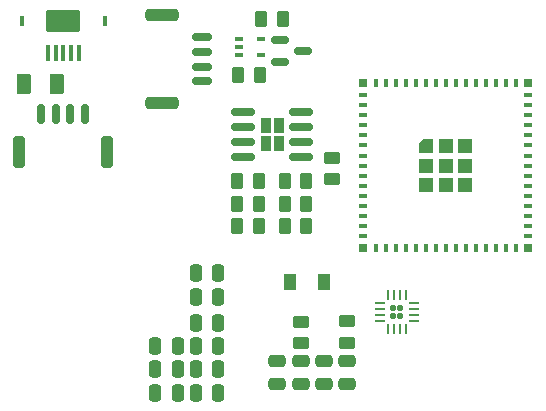
<source format=gbr>
%TF.GenerationSoftware,KiCad,Pcbnew,9.0.0*%
%TF.CreationDate,2025-05-13T09:42:49-05:00*%
%TF.ProjectId,Refraction Cell Circuit,52656672-6163-4746-996f-6e2043656c6c,rev?*%
%TF.SameCoordinates,Original*%
%TF.FileFunction,Paste,Top*%
%TF.FilePolarity,Positive*%
%FSLAX46Y46*%
G04 Gerber Fmt 4.6, Leading zero omitted, Abs format (unit mm)*
G04 Created by KiCad (PCBNEW 9.0.0) date 2025-05-13 09:42:49*
%MOMM*%
%LPD*%
G01*
G04 APERTURE LIST*
G04 Aperture macros list*
%AMRoundRect*
0 Rectangle with rounded corners*
0 $1 Rounding radius*
0 $2 $3 $4 $5 $6 $7 $8 $9 X,Y pos of 4 corners*
0 Add a 4 corners polygon primitive as box body*
4,1,4,$2,$3,$4,$5,$6,$7,$8,$9,$2,$3,0*
0 Add four circle primitives for the rounded corners*
1,1,$1+$1,$2,$3*
1,1,$1+$1,$4,$5*
1,1,$1+$1,$6,$7*
1,1,$1+$1,$8,$9*
0 Add four rect primitives between the rounded corners*
20,1,$1+$1,$2,$3,$4,$5,0*
20,1,$1+$1,$4,$5,$6,$7,0*
20,1,$1+$1,$6,$7,$8,$9,0*
20,1,$1+$1,$8,$9,$2,$3,0*%
%AMOutline5P*
0 Free polygon, 5 corners , with rotation*
0 The origin of the aperture is its center*
0 number of corners: always 5*
0 $1 to $10 corner X, Y*
0 $11 Rotation angle, in degrees counterclockwise*
0 create outline with 5 corners*
4,1,5,$1,$2,$3,$4,$5,$6,$7,$8,$9,$10,$1,$2,$11*%
%AMOutline6P*
0 Free polygon, 6 corners , with rotation*
0 The origin of the aperture is its center*
0 number of corners: always 6*
0 $1 to $12 corner X, Y*
0 $13 Rotation angle, in degrees counterclockwise*
0 create outline with 6 corners*
4,1,6,$1,$2,$3,$4,$5,$6,$7,$8,$9,$10,$11,$12,$1,$2,$13*%
%AMOutline7P*
0 Free polygon, 7 corners , with rotation*
0 The origin of the aperture is its center*
0 number of corners: always 7*
0 $1 to $14 corner X, Y*
0 $15 Rotation angle, in degrees counterclockwise*
0 create outline with 7 corners*
4,1,7,$1,$2,$3,$4,$5,$6,$7,$8,$9,$10,$11,$12,$13,$14,$1,$2,$15*%
%AMOutline8P*
0 Free polygon, 8 corners , with rotation*
0 The origin of the aperture is its center*
0 number of corners: always 8*
0 $1 to $16 corner X, Y*
0 $17 Rotation angle, in degrees counterclockwise*
0 create outline with 8 corners*
4,1,8,$1,$2,$3,$4,$5,$6,$7,$8,$9,$10,$11,$12,$13,$14,$15,$16,$1,$2,$17*%
G04 Aperture macros list end*
%ADD10C,0.010000*%
%ADD11RoundRect,0.250000X0.250000X0.475000X-0.250000X0.475000X-0.250000X-0.475000X0.250000X-0.475000X0*%
%ADD12RoundRect,0.250000X0.262500X0.450000X-0.262500X0.450000X-0.262500X-0.450000X0.262500X-0.450000X0*%
%ADD13R,0.300000X0.850000*%
%ADD14RoundRect,0.100000X0.100000X0.575000X-0.100000X0.575000X-0.100000X-0.575000X0.100000X-0.575000X0*%
%ADD15RoundRect,0.250000X1.200000X0.700000X-1.200000X0.700000X-1.200000X-0.700000X1.200000X-0.700000X0*%
%ADD16RoundRect,0.250000X-0.475000X0.250000X-0.475000X-0.250000X0.475000X-0.250000X0.475000X0.250000X0*%
%ADD17RoundRect,0.250000X-0.450000X0.262500X-0.450000X-0.262500X0.450000X-0.262500X0.450000X0.262500X0*%
%ADD18RoundRect,0.178200X-0.846800X-0.151800X0.846800X-0.151800X0.846800X0.151800X-0.846800X0.151800X0*%
%ADD19RoundRect,0.250000X-0.250000X-0.475000X0.250000X-0.475000X0.250000X0.475000X-0.250000X0.475000X0*%
%ADD20RoundRect,0.125000X-0.125000X-0.125000X0.125000X-0.125000X0.125000X0.125000X-0.125000X0.125000X0*%
%ADD21RoundRect,0.062500X-0.350000X-0.062500X0.350000X-0.062500X0.350000X0.062500X-0.350000X0.062500X0*%
%ADD22RoundRect,0.062500X-0.062500X-0.350000X0.062500X-0.350000X0.062500X0.350000X-0.062500X0.350000X0*%
%ADD23RoundRect,0.250000X-0.375000X-0.625000X0.375000X-0.625000X0.375000X0.625000X-0.375000X0.625000X0*%
%ADD24RoundRect,0.100000X-0.225000X-0.100000X0.225000X-0.100000X0.225000X0.100000X-0.225000X0.100000X0*%
%ADD25RoundRect,0.250000X-0.262500X-0.450000X0.262500X-0.450000X0.262500X0.450000X-0.262500X0.450000X0*%
%ADD26R,0.800000X0.400000*%
%ADD27R,0.400000X0.800000*%
%ADD28Outline5P,-0.600000X0.204000X-0.204000X0.600000X0.600000X0.600000X0.600000X-0.600000X-0.600000X-0.600000X0.000000*%
%ADD29R,1.200000X1.200000*%
%ADD30R,0.800000X0.800000*%
%ADD31RoundRect,0.250000X0.450000X-0.262500X0.450000X0.262500X-0.450000X0.262500X-0.450000X-0.262500X0*%
%ADD32RoundRect,0.150000X0.700000X-0.150000X0.700000X0.150000X-0.700000X0.150000X-0.700000X-0.150000X0*%
%ADD33RoundRect,0.250000X1.150000X-0.250000X1.150000X0.250000X-1.150000X0.250000X-1.150000X-0.250000X0*%
%ADD34R,1.000000X1.400000*%
%ADD35RoundRect,0.150000X-0.150000X-0.700000X0.150000X-0.700000X0.150000X0.700000X-0.150000X0.700000X0*%
%ADD36RoundRect,0.250000X-0.250000X-1.100000X0.250000X-1.100000X0.250000X1.100000X-0.250000X1.100000X0*%
%ADD37RoundRect,0.150000X-0.587500X-0.150000X0.587500X-0.150000X0.587500X0.150000X-0.587500X0.150000X0*%
G04 APERTURE END LIST*
D10*
%TO.C,U3*%
X146832500Y-95910000D02*
X146032500Y-95910000D01*
X146032500Y-94670000D01*
X146832500Y-94670000D01*
X146832500Y-95910000D01*
G36*
X146832500Y-95910000D02*
G01*
X146032500Y-95910000D01*
X146032500Y-94670000D01*
X146832500Y-94670000D01*
X146832500Y-95910000D01*
G37*
X146832500Y-97420000D02*
X146032500Y-97420000D01*
X146032500Y-96180000D01*
X146832500Y-96180000D01*
X146832500Y-97420000D01*
G36*
X146832500Y-97420000D02*
G01*
X146032500Y-97420000D01*
X146032500Y-96180000D01*
X146832500Y-96180000D01*
X146832500Y-97420000D01*
G37*
X147902500Y-95910000D02*
X147102500Y-95910000D01*
X147102500Y-94670000D01*
X147902500Y-94670000D01*
X147902500Y-95910000D01*
G36*
X147902500Y-95910000D02*
G01*
X147102500Y-95910000D01*
X147102500Y-94670000D01*
X147902500Y-94670000D01*
X147902500Y-95910000D01*
G37*
X147902500Y-97420000D02*
X147102500Y-97420000D01*
X147102500Y-96180000D01*
X147902500Y-96180000D01*
X147902500Y-97420000D01*
G36*
X147902500Y-97420000D02*
G01*
X147102500Y-97420000D01*
X147102500Y-96180000D01*
X147902500Y-96180000D01*
X147902500Y-97420000D01*
G37*
%TD*%
D11*
%TO.C,C2*%
X142410000Y-109810000D03*
X140510000Y-109810000D03*
%TD*%
D12*
%TO.C,R12*%
X149872500Y-100040000D03*
X148047500Y-100040000D03*
%TD*%
D13*
%TO.C,REF\u002A\u002A*%
X132803750Y-86510000D03*
X125803750Y-86510000D03*
D14*
X128003750Y-89185000D03*
X128653750Y-89185000D03*
X129303750Y-89185000D03*
X129953750Y-89185000D03*
D15*
X129303750Y-86510000D03*
D14*
X130603750Y-89185000D03*
%TD*%
D16*
%TO.C,C12*%
X151360000Y-115285000D03*
X151360000Y-117185000D03*
%TD*%
D11*
%TO.C,C6*%
X142410000Y-113985000D03*
X140510000Y-113985000D03*
%TD*%
%TO.C,C1*%
X142410000Y-107835000D03*
X140510000Y-107835000D03*
%TD*%
D17*
%TO.C,2\u03A9*%
X153360000Y-111910000D03*
X153360000Y-113735000D03*
%TD*%
D18*
%TO.C,U3*%
X144537500Y-94140000D03*
X144537500Y-95410000D03*
X144537500Y-96680000D03*
X144537500Y-97950000D03*
X149397500Y-97950000D03*
X149397500Y-96680000D03*
X149397500Y-95410000D03*
X149397500Y-94140000D03*
%TD*%
D12*
%TO.C,R10*%
X149872500Y-101940000D03*
X148047500Y-101940000D03*
%TD*%
D11*
%TO.C,C7*%
X142410000Y-112010000D03*
X140510000Y-112010000D03*
%TD*%
D19*
%TO.C,C16*%
X137085000Y-115960000D03*
X138985000Y-115960000D03*
%TD*%
D16*
%TO.C,C10*%
X147410000Y-115272500D03*
X147410000Y-117172500D03*
%TD*%
%TO.C,2x 10\u00B5f*%
X153335000Y-115285000D03*
X153335000Y-117185000D03*
%TD*%
D12*
%TO.C,R4*%
X149872500Y-103835000D03*
X148047500Y-103835000D03*
%TD*%
D11*
%TO.C,C9*%
X142410000Y-115960000D03*
X140510000Y-115960000D03*
%TD*%
D20*
%TO.C,U5*%
X157212500Y-110800000D03*
X157212500Y-111420000D03*
X157832500Y-110800000D03*
X157832500Y-111420000D03*
D21*
X156085000Y-110360000D03*
X156085000Y-110860000D03*
X156085000Y-111360000D03*
X156085000Y-111860000D03*
D22*
X156772500Y-112547500D03*
X157272500Y-112547500D03*
X157772500Y-112547500D03*
X158272500Y-112547500D03*
D21*
X158960000Y-111860000D03*
X158960000Y-111360000D03*
X158960000Y-110860000D03*
X158960000Y-110360000D03*
D22*
X158272500Y-109672500D03*
X157772500Y-109672500D03*
X157272500Y-109672500D03*
X156772500Y-109672500D03*
%TD*%
D23*
%TO.C,REF\u002A\u002A*%
X125941250Y-91835000D03*
X128741250Y-91835000D03*
%TD*%
D24*
%TO.C,U4*%
X144147500Y-88035000D03*
X144147500Y-88685000D03*
X144147500Y-89335000D03*
X146047500Y-89335000D03*
X146047500Y-88035000D03*
%TD*%
D12*
%TO.C,R3*%
X145872500Y-103840000D03*
X144047500Y-103840000D03*
%TD*%
D25*
%TO.C,10k*%
X146047500Y-86335000D03*
X147872500Y-86335000D03*
%TD*%
D26*
%TO.C,U1*%
X154685000Y-92760000D03*
X154685000Y-93610000D03*
X154685000Y-94460000D03*
X154685000Y-95310000D03*
X154685000Y-96160000D03*
X154685000Y-97010000D03*
X154685000Y-97860000D03*
X154685000Y-98710000D03*
X154685000Y-99560000D03*
X154685000Y-100410000D03*
X154685000Y-101260000D03*
X154685000Y-102110000D03*
X154685000Y-102960000D03*
X154685000Y-103810000D03*
X154685000Y-104660000D03*
D27*
X155735000Y-105710000D03*
X156585000Y-105710000D03*
X157435000Y-105710000D03*
X158285000Y-105710000D03*
X159135000Y-105710000D03*
X159985000Y-105710000D03*
X160835000Y-105710000D03*
X161685000Y-105710000D03*
X162535000Y-105710000D03*
X163385000Y-105710000D03*
X164235000Y-105710000D03*
X165085000Y-105710000D03*
X165935000Y-105710000D03*
X166785000Y-105710000D03*
X167635000Y-105710000D03*
D26*
X168685000Y-104660000D03*
X168685000Y-103810000D03*
X168685000Y-102960000D03*
X168685000Y-102110000D03*
X168685000Y-101260000D03*
X168685000Y-100410000D03*
X168685000Y-99560000D03*
X168685000Y-98710000D03*
X168685000Y-97860000D03*
X168685000Y-97010000D03*
X168685000Y-96160000D03*
X168685000Y-95310000D03*
X168685000Y-94460000D03*
X168685000Y-93610000D03*
X168685000Y-92760000D03*
D27*
X167635000Y-91710000D03*
X166785000Y-91710000D03*
X165935000Y-91710000D03*
X165085000Y-91710000D03*
X164235000Y-91710000D03*
X163385000Y-91710000D03*
X162535000Y-91710000D03*
X161685000Y-91710000D03*
X160835000Y-91710000D03*
X159985000Y-91710000D03*
X159135000Y-91710000D03*
X158285000Y-91710000D03*
X157435000Y-91710000D03*
X156585000Y-91710000D03*
X155735000Y-91710000D03*
D28*
X160035000Y-97060000D03*
D29*
X160035000Y-98710000D03*
X160035000Y-100360000D03*
X161685000Y-97060000D03*
X161685000Y-98710000D03*
X161685000Y-100360000D03*
X163335000Y-97060000D03*
X163335000Y-98710000D03*
X163335000Y-100360000D03*
D30*
X154685000Y-91710000D03*
X154685000Y-105710000D03*
X168685000Y-105710000D03*
X168685000Y-91710000D03*
%TD*%
D31*
%TO.C,R7*%
X149410000Y-113747500D03*
X149410000Y-111922500D03*
%TD*%
D32*
%TO.C,REF\u002A\u002A*%
X141022500Y-91585000D03*
X141022500Y-89085000D03*
X141022500Y-87835000D03*
X141022500Y-90335000D03*
D33*
X137672500Y-93435000D03*
X137672500Y-85985000D03*
%TD*%
D25*
%TO.C,R14*%
X144097500Y-91035000D03*
X145922500Y-91035000D03*
%TD*%
D12*
%TO.C,R5*%
X145872500Y-101940000D03*
X144047500Y-101940000D03*
%TD*%
%TO.C,R11*%
X145872500Y-100040000D03*
X144047500Y-100040000D03*
%TD*%
D16*
%TO.C,C11*%
X149385000Y-115272500D03*
X149385000Y-117172500D03*
%TD*%
D11*
%TO.C,C8*%
X142410000Y-117935000D03*
X140510000Y-117935000D03*
%TD*%
D17*
%TO.C,10k*%
X152085000Y-98060000D03*
X152085000Y-99885000D03*
%TD*%
D19*
%TO.C,C15*%
X137085000Y-117935000D03*
X138985000Y-117935000D03*
%TD*%
D34*
%TO.C,4.7\u202F\u00B5H1*%
X148535000Y-108610000D03*
X151335000Y-108610000D03*
%TD*%
D35*
%TO.C,REF\u002A\u002A*%
X127391250Y-94335000D03*
X128641250Y-94335000D03*
X129891250Y-94335000D03*
X131141250Y-94335000D03*
D36*
X125541250Y-97535000D03*
X132991250Y-97535000D03*
%TD*%
D19*
%TO.C,3x 22uf*%
X137085000Y-113985000D03*
X138985000Y-113985000D03*
%TD*%
D37*
%TO.C,Q1*%
X147685000Y-88047500D03*
X147685000Y-89947500D03*
X149560000Y-88997500D03*
%TD*%
M02*

</source>
